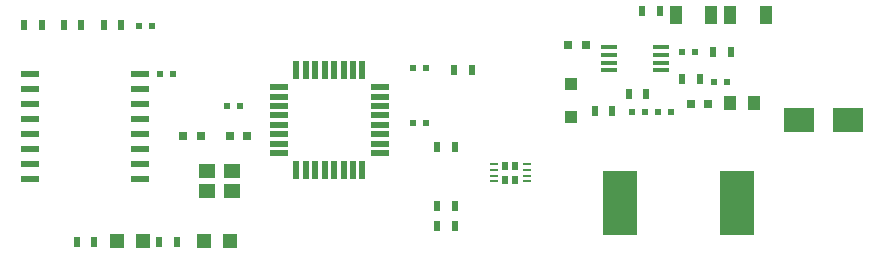
<source format=gbr>
G04 #@! TF.GenerationSoftware,KiCad,Pcbnew,(5.1.5)-3*
G04 #@! TF.CreationDate,2020-07-27T15:31:10+01:00*
G04 #@! TF.ProjectId,diyBMS-CurrentShunt,64697942-4d53-42d4-9375-7272656e7453,rev?*
G04 #@! TF.SameCoordinates,Original*
G04 #@! TF.FileFunction,Paste,Top*
G04 #@! TF.FilePolarity,Positive*
%FSLAX46Y46*%
G04 Gerber Fmt 4.6, Leading zero omitted, Abs format (unit mm)*
G04 Created by KiCad (PCBNEW (5.1.5)-3) date 2020-07-27 15:31:10*
%MOMM*%
%LPD*%
G04 APERTURE LIST*
%ADD10R,1.200000X1.200000*%
%ADD11R,0.600000X0.500000*%
%ADD12R,0.500000X0.900000*%
%ADD13R,0.800000X0.750000*%
%ADD14R,1.000000X1.250000*%
%ADD15R,1.000000X1.600000*%
%ADD16R,1.100000X1.100000*%
%ADD17R,2.650000X2.030000*%
%ADD18R,1.450000X0.450000*%
%ADD19R,1.500000X0.600000*%
%ADD20R,1.400000X1.200000*%
%ADD21R,1.600000X0.550000*%
%ADD22R,0.550000X1.600000*%
%ADD23R,0.700000X0.250000*%
%ADD24R,0.498000X0.714000*%
%ADD25R,2.900000X5.400000*%
G04 APERTURE END LIST*
D10*
X86550000Y-97415000D03*
X84350000Y-97415000D03*
X93850000Y-97415000D03*
X91650000Y-97415000D03*
D11*
X93650000Y-86000000D03*
X94750000Y-86000000D03*
X109400000Y-87450000D03*
X110500000Y-87450000D03*
X86200000Y-79250000D03*
X87300000Y-79250000D03*
X88000000Y-83300000D03*
X89100000Y-83300000D03*
D12*
X128800000Y-77950000D03*
X130300000Y-77950000D03*
X124750000Y-86450000D03*
X126250000Y-86450000D03*
X127650000Y-84950000D03*
X129150000Y-84950000D03*
X80900000Y-97480000D03*
X82400000Y-97480000D03*
X112850000Y-82950000D03*
X114350000Y-82950000D03*
X111450000Y-89500000D03*
X112950000Y-89500000D03*
X87900000Y-97480000D03*
X89400000Y-97480000D03*
X132200000Y-83740000D03*
X133700000Y-83740000D03*
X134800000Y-81450000D03*
X136300000Y-81450000D03*
X111400000Y-96200000D03*
X112900000Y-96200000D03*
X111400000Y-94450000D03*
X112900000Y-94450000D03*
D11*
X134850000Y-83950000D03*
X135950000Y-83950000D03*
D13*
X134400000Y-85800000D03*
X132900000Y-85800000D03*
D11*
X127900000Y-86500000D03*
X129000000Y-86500000D03*
X130150000Y-86500000D03*
X131250000Y-86500000D03*
X109350000Y-82800000D03*
X110450000Y-82800000D03*
D13*
X95350000Y-88550000D03*
X93850000Y-88550000D03*
X124000000Y-80800000D03*
X122500000Y-80800000D03*
D11*
X132150000Y-81450000D03*
X133250000Y-81450000D03*
D14*
X136250000Y-85750000D03*
X138250000Y-85750000D03*
D13*
X91450000Y-88550000D03*
X89950000Y-88550000D03*
D15*
X136250000Y-78300000D03*
X139250000Y-78300000D03*
D16*
X122800000Y-84150000D03*
X122800000Y-86950000D03*
D17*
X146240000Y-87200000D03*
X142060000Y-87200000D03*
D18*
X125950000Y-81025000D03*
X125950000Y-81675000D03*
X125950000Y-82325000D03*
X125950000Y-82975000D03*
X130350000Y-82975000D03*
X130350000Y-82325000D03*
X130350000Y-81675000D03*
X130350000Y-81025000D03*
D19*
X86250000Y-92195000D03*
X86250000Y-90925000D03*
X86250000Y-89655000D03*
X86250000Y-88385000D03*
X86250000Y-87115000D03*
X86250000Y-85845000D03*
X86250000Y-84575000D03*
X86250000Y-83305000D03*
X76950000Y-83305000D03*
X76950000Y-84575000D03*
X76950000Y-85845000D03*
X76950000Y-87115000D03*
X76950000Y-88385000D03*
X76950000Y-89655000D03*
X76950000Y-90925000D03*
X76950000Y-92195000D03*
D20*
X91900000Y-93200000D03*
X94100000Y-93200000D03*
X94100000Y-91500000D03*
X91900000Y-91500000D03*
D21*
X98050000Y-84400000D03*
X98050000Y-85200000D03*
X98050000Y-86000000D03*
X98050000Y-86800000D03*
X98050000Y-87600000D03*
X98050000Y-88400000D03*
X98050000Y-89200000D03*
X98050000Y-90000000D03*
D22*
X99500000Y-91450000D03*
X100300000Y-91450000D03*
X101100000Y-91450000D03*
X101900000Y-91450000D03*
X102700000Y-91450000D03*
X103500000Y-91450000D03*
X104300000Y-91450000D03*
X105100000Y-91450000D03*
D21*
X106550000Y-90000000D03*
X106550000Y-89200000D03*
X106550000Y-88400000D03*
X106550000Y-87600000D03*
X106550000Y-86800000D03*
X106550000Y-86000000D03*
X106550000Y-85200000D03*
X106550000Y-84400000D03*
D22*
X105100000Y-82950000D03*
X104300000Y-82950000D03*
X103500000Y-82950000D03*
X102700000Y-82950000D03*
X101900000Y-82950000D03*
X101100000Y-82950000D03*
X100300000Y-82950000D03*
X99500000Y-82950000D03*
D12*
X76450000Y-79100000D03*
X77950000Y-79100000D03*
X83200000Y-79100000D03*
X84700000Y-79100000D03*
X79800000Y-79100000D03*
X81300000Y-79100000D03*
D15*
X131650000Y-78290000D03*
X134650000Y-78290000D03*
D23*
X116205000Y-90885000D03*
X116205000Y-91385000D03*
X116205000Y-91885000D03*
X116205000Y-92385000D03*
X119005000Y-92385000D03*
X119005000Y-91885000D03*
X119005000Y-91385000D03*
X119005000Y-90885000D03*
D24*
X118020000Y-92230000D03*
X118020000Y-91040000D03*
X117190000Y-92230000D03*
X117190000Y-91040000D03*
D25*
X126950000Y-94250000D03*
X136850000Y-94250000D03*
M02*

</source>
